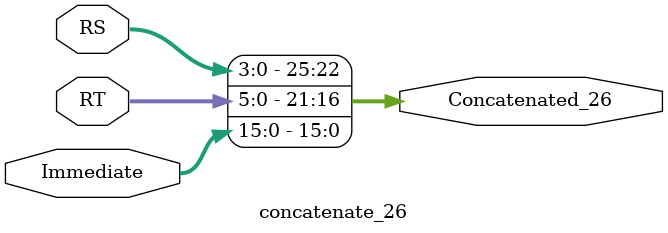
<source format=v>
module concatenate_26(
    input   wire   [5:0]    RS,
    input   wire   [5:0]    RT,
    input   wire   [15:0]   Immediate, 
    output  wire   [25:0]   Concatenated_26
);

    assign Concatenated_26 = {RS, RT, Immediate};

endmodule
</source>
